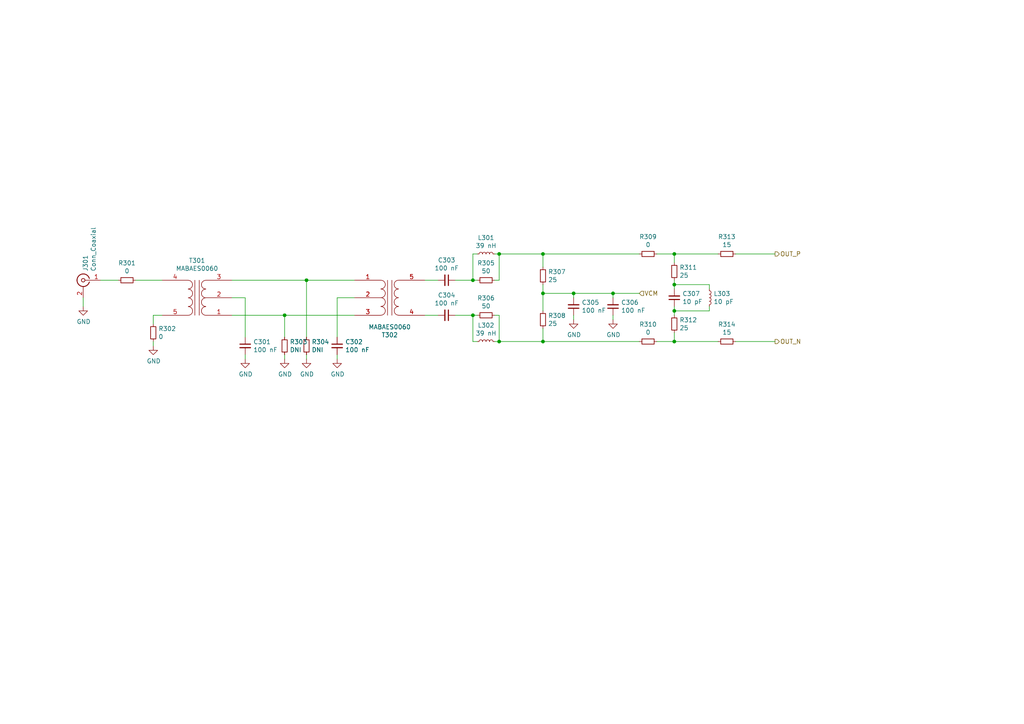
<source format=kicad_sch>
(kicad_sch (version 20230121) (generator eeschema)
  (paper "A4")
  (lib_symbols
    (symbol "Connector:Conn_Coaxial" (pin_names (offset 1.016) hide)
      (property "Reference" "J" (at 0.254 3.048 0))
      (property "Value" "Conn_Coaxial" (at 2.921 0 90))
      (symbol "Conn_Coaxial_0_1"
        (arc (start -1.778 -0.508) (mid 0.2311 -1.8066) (end 1.778 0) (stroke (width 0.254)))
        (polyline (pts (xy -2.54 0) (xy -0.508 0)))
        (polyline (pts (xy 0 -2.54) (xy 0 -1.778)))
        (circle (center 0 0) (radius 0.508) (stroke (width 0.2032)))
        (arc (start 1.778 0) (mid 0.2099 1.8101) (end -1.778 0.508) (stroke (width 0.254)))
      )
      (symbol "Conn_Coaxial_1_1"
        (pin passive line (at -5.08 0 0) (length 2.54) (name "In") (number "1"))
        (pin passive line (at 0 -5.08 90) (length 2.54) (name "Ext") (number "2"))
      )
    )
    (symbol "Device:C_Small" (pin_numbers hide) (pin_names (offset 0.254) hide)
      (property "Reference" "C" (at 0.254 1.778 0))
      (property "Value" "C_Small" (at 0.254 -2.032 0))
      (symbol "C_Small_0_1"
        (polyline (pts (xy -1.524 -0.508) (xy 1.524 -0.508)) (stroke (width 0.3302)))
        (polyline (pts (xy -1.524 0.508) (xy 1.524 0.508)) (stroke (width 0.3048)))
      )
      (symbol "C_Small_1_1"
        (pin passive line (at 0 2.54 270) (length 2.032) (name "~") (number "1"))
        (pin passive line (at 0 -2.54 90) (length 2.032) (name "~") (number "2"))
      )
    )
    (symbol "Device:L_Small" (pin_numbers hide) (pin_names (offset 0.254) hide)
      (property "Reference" "L" (at 0.762 1.016 0))
      (property "Value" "L_Small" (at 0.762 -1.016 0))
      (symbol "L_Small_0_1"
        (arc (start 0 -2.032) (mid 0.5058 -1.524) (end 0 -1.016))
        (arc (start 0 -1.016) (mid 0.5058 -0.508) (end 0 0))
        (arc (start 0 0) (mid 0.5058 0.508) (end 0 1.016))
        (arc (start 0 1.016) (mid 0.5058 1.524) (end 0 2.032))
      )
      (symbol "L_Small_1_1"
        (pin passive line (at 0 2.54 270) (length 0.508) (name "~") (number "1"))
        (pin passive line (at 0 -2.54 90) (length 0.508) (name "~") (number "2"))
      )
    )
    (symbol "Device:R_Small" (pin_numbers hide) (pin_names (offset 0.254) hide)
      (property "Reference" "R" (at 0.762 0.508 0))
      (property "Value" "R_Small" (at 0.762 -1.016 0))
      (symbol "R_Small_0_1"
        (rectangle (start -0.762 1.778) (end 0.762 -1.778) (stroke (width 0.2032)))
      )
      (symbol "R_Small_1_1"
        (pin passive line (at 0 2.54 270) (length 0.762) (name "~") (number "1"))
        (pin passive line (at 0 -2.54 90) (length 0.762) (name "~") (number "2"))
      )
    )
    (symbol "Device:Transformer_SP_1S" (pin_names (offset 1.016) hide)
      (property "Reference" "T" (at 0 6.35 0))
      (property "Value" "Transformer_SP_1S" (at 0 -7.62 0))
      (symbol "Transformer_SP_1S_0_1"
        (arc (start -2.54 -5.0546) (mid -1.6599 -4.6901) (end -1.27 -3.81))
        (arc (start -2.54 -2.5146) (mid -1.6599 -2.1501) (end -1.27 -1.27))
        (arc (start -2.54 0.0254) (mid -1.6599 0.3899) (end -1.27 1.27))
        (arc (start -2.54 2.5654) (mid -1.6599 2.9299) (end -1.27 3.81))
        (arc (start -1.27 -3.81) (mid -1.642 -2.912) (end -2.54 -2.54))
        (arc (start -1.27 -1.27) (mid -1.642 -0.372) (end -2.54 0))
        (arc (start -1.27 1.27) (mid -1.642 2.168) (end -2.54 2.54))
        (arc (start -1.27 3.81) (mid -1.642 4.708) (end -2.54 5.08))
        (polyline (pts (xy -0.635 5.08) (xy -0.635 -5.08)))
        (polyline (pts (xy 0.635 -5.08) (xy 0.635 5.08)))
        (arc (start 1.2954 -1.27) (mid 1.6599 -2.1501) (end 2.54 -2.5146))
        (arc (start 1.2954 1.27) (mid 1.6599 0.3899) (end 2.54 0.0254))
        (arc (start 1.2954 3.81) (mid 1.6599 2.9299) (end 2.54 2.5654))
        (arc (start 1.3208 -3.81) (mid 1.6853 -4.6901) (end 2.5654 -5.0546))
        (arc (start 2.54 0) (mid 1.642 -0.372) (end 1.2954 -1.27))
        (arc (start 2.54 2.54) (mid 1.642 2.168) (end 1.2954 1.27))
        (arc (start 2.54 5.08) (mid 1.642 4.708) (end 1.2954 3.81))
        (arc (start 2.5654 -2.54) (mid 1.6674 -2.912) (end 1.3208 -3.81))
      )
      (symbol "Transformer_SP_1S_1_1"
        (pin passive line (at -10.16 5.08 0) (length 7.62) (name "PR1") (number "1"))
        (pin passive line (at -10.16 0 0) (length 7.62) (name "PM") (number "2"))
        (pin passive line (at -10.16 -5.08 0) (length 7.62) (name "PR2") (number "3"))
        (pin passive line (at 10.16 -5.08 180) (length 7.62) (name "S1") (number "4"))
        (pin passive line (at 10.16 5.08 180) (length 7.62) (name "S2") (number "5"))
      )
    )
    (symbol "power:GND" (power) (pin_names (offset 0))
      (property "Value" "GND" (at 0 -3.81 0))
      (symbol "GND_0_1"
        (polyline (pts (xy 0 0) (xy 0 -1.27) (xy 1.27 -1.27) (xy 0 -2.54) (xy -1.27 -1.27) (xy 0 -1.27)))
      )
      (symbol "GND_1_1"
        (pin power_in line (at 0 0 270) (length 0) hide (name "GND") (number "1"))
      )
    )
  )
  (junction (at 88.9 81.28))
  (junction (at 166.37 85.09))
  (junction (at 177.8 85.09))
  (junction (at 157.48 99.06))
  (junction (at 195.58 73.66))
  (junction (at 137.16 91.44))
  (junction (at 82.55 91.44))
  (junction (at 137.16 81.28))
  (junction (at 144.78 73.66))
  (junction (at 195.58 82.55))
  (junction (at 157.48 85.09))
  (junction (at 157.48 73.66))
  (junction (at 144.78 99.06))
  (junction (at 195.58 99.06))
  (junction (at 195.58 90.17))
  (wire (pts (xy 127 81.28) (xy 123.19 81.28)))
  (wire (pts (xy 157.48 73.66) (xy 157.48 77.47)))
  (wire (pts (xy 137.16 73.66) (xy 137.16 81.28)))
  (wire (pts (xy 46.99 91.44) (xy 44.45 91.44)))
  (wire (pts (xy 144.78 73.66) (xy 157.48 73.66)))
  (wire (pts (xy 224.79 73.66) (xy 213.36 73.66)))
  (wire (pts (xy 157.48 85.09) (xy 157.48 90.17)))
  (wire (pts (xy 71.12 86.36) (xy 71.12 97.79)))
  (wire (pts (xy 97.79 102.87) (xy 97.79 104.14)))
  (wire (pts (xy 137.16 91.44) (xy 138.43 91.44)))
  (wire (pts (xy 195.58 81.28) (xy 195.58 82.55)))
  (wire (pts (xy 185.42 73.66) (xy 157.48 73.66)))
  (wire (pts (xy 67.31 86.36) (xy 71.12 86.36)))
  (wire (pts (xy 39.37 81.28) (xy 46.99 81.28)))
  (wire (pts (xy 67.31 91.44) (xy 82.55 91.44)))
  (wire (pts (xy 166.37 85.09) (xy 166.37 86.36)))
  (wire (pts (xy 157.48 85.09) (xy 166.37 85.09)))
  (wire (pts (xy 177.8 85.09) (xy 177.8 86.36)))
  (wire (pts (xy 208.28 99.06) (xy 195.58 99.06)))
  (wire (pts (xy 166.37 85.09) (xy 177.8 85.09)))
  (wire (pts (xy 195.58 82.55) (xy 205.74 82.55)))
  (wire (pts (xy 157.48 99.06) (xy 185.42 99.06)))
  (wire (pts (xy 88.9 81.28) (xy 102.87 81.28)))
  (wire (pts (xy 166.37 92.71) (xy 166.37 91.44)))
  (wire (pts (xy 71.12 102.87) (xy 71.12 104.14)))
  (wire (pts (xy 88.9 102.87) (xy 88.9 104.14)))
  (wire (pts (xy 177.8 92.71) (xy 177.8 91.44)))
  (wire (pts (xy 208.28 73.66) (xy 195.58 73.66)))
  (wire (pts (xy 138.43 81.28) (xy 137.16 81.28)))
  (wire (pts (xy 144.78 91.44) (xy 143.51 91.44)))
  (wire (pts (xy 82.55 102.87) (xy 82.55 104.14)))
  (wire (pts (xy 157.48 82.55) (xy 157.48 85.09)))
  (wire (pts (xy 144.78 81.28) (xy 143.51 81.28)))
  (wire (pts (xy 144.78 99.06) (xy 144.78 91.44)))
  (wire (pts (xy 29.21 81.28) (xy 34.29 81.28)))
  (wire (pts (xy 195.58 82.55) (xy 195.58 83.82)))
  (wire (pts (xy 144.78 99.06) (xy 157.48 99.06)))
  (wire (pts (xy 190.5 73.66) (xy 195.58 73.66)))
  (wire (pts (xy 143.51 99.06) (xy 144.78 99.06)))
  (wire (pts (xy 195.58 88.9) (xy 195.58 90.17)))
  (wire (pts (xy 137.16 81.28) (xy 132.08 81.28)))
  (wire (pts (xy 44.45 100.33) (xy 44.45 99.06)))
  (wire (pts (xy 143.51 73.66) (xy 144.78 73.66)))
  (wire (pts (xy 138.43 99.06) (xy 137.16 99.06)))
  (wire (pts (xy 224.79 99.06) (xy 213.36 99.06)))
  (wire (pts (xy 82.55 97.79) (xy 82.55 91.44)))
  (wire (pts (xy 157.48 99.06) (xy 157.48 95.25)))
  (wire (pts (xy 88.9 97.79) (xy 88.9 81.28)))
  (wire (pts (xy 97.79 86.36) (xy 102.87 86.36)))
  (wire (pts (xy 44.45 91.44) (xy 44.45 93.98)))
  (wire (pts (xy 185.42 85.09) (xy 177.8 85.09)))
  (wire (pts (xy 195.58 99.06) (xy 195.58 96.52)))
  (wire (pts (xy 138.43 73.66) (xy 137.16 73.66)))
  (wire (pts (xy 67.31 81.28) (xy 88.9 81.28)))
  (wire (pts (xy 190.5 99.06) (xy 195.58 99.06)))
  (wire (pts (xy 144.78 73.66) (xy 144.78 81.28)))
  (wire (pts (xy 195.58 73.66) (xy 195.58 76.2)))
  (wire (pts (xy 132.08 91.44) (xy 137.16 91.44)))
  (wire (pts (xy 24.13 86.36) (xy 24.13 88.9)))
  (wire (pts (xy 97.79 86.36) (xy 97.79 97.79)))
  (wire (pts (xy 205.74 90.17) (xy 205.74 88.9)))
  (wire (pts (xy 123.19 91.44) (xy 127 91.44)))
  (wire (pts (xy 195.58 90.17) (xy 195.58 91.44)))
  (wire (pts (xy 82.55 91.44) (xy 102.87 91.44)))
  (wire (pts (xy 205.74 82.55) (xy 205.74 83.82)))
  (wire (pts (xy 137.16 99.06) (xy 137.16 91.44)))
  (wire (pts (xy 195.58 90.17) (xy 205.74 90.17)))
  (hierarchical_label "OUT_N" (shape output) (at 224.79 99.06 0))
  (hierarchical_label "OUT_P" (shape output) (at 224.79 73.66 0))
  (hierarchical_label "VCM" (shape input) (at 185.42 85.09 0))
  (symbol (lib_id "power:GND") (at 44.45 100.33 0) (unit 1)
    (property "Reference" "#PWR0301" (effects hide))
    (property "Value" "GND" (at 44.577 104.7242 0))
    (instances (project "adc32xx_syzygy" (path "" (reference "#PWR0301") (unit 1)) (path "" (reference "#PWR0401") (unit 1))))
  )
  (symbol (lib_id "Device:C_Small") (at 71.12 100.33 0) (unit 1)
    (property "Reference" "C301" (at 73.4568 99.1616 0) (effects (justify left)))
    (property "Value" "100 nF" (at 73.4568 101.473 0) (effects (justify left)))
    (property "Footprint" "Capacitor_SMD:C_0402_1005Metric" (effects hide))
    (instances (project "adc32xx_syzygy" (path "" (reference "C301") (unit 1)) (path "" (reference "C401") (unit 1))))
  )
  (symbol (lib_id "Device:C_Small") (at 97.79 100.33 0) (unit 1)
    (property "Reference" "C302" (at 100.1268 99.1616 0) (effects (justify left)))
    (property "Value" "100 nF" (at 100.1268 101.473 0) (effects (justify left)))
    (property "Footprint" "Capacitor_SMD:C_0402_1005Metric" (effects hide))
    (instances (project "adc32xx_syzygy" (path "" (reference "C302") (unit 1)) (path "" (reference "C402") (unit 1))))
  )
  (symbol (lib_id "power:GND") (at 71.12 104.14 0) (unit 1)
    (property "Reference" "#PWR0302" (effects hide))
    (property "Value" "GND" (at 71.247 108.5342 0))
    (instances (project "adc32xx_syzygy" (path "" (reference "#PWR0302") (unit 1)) (path "" (reference "#PWR0402") (unit 1))))
  )
  (symbol (lib_id "power:GND") (at 97.79 104.14 0) (unit 1)
    (property "Reference" "#PWR0305" (effects hide))
    (property "Value" "GND" (at 97.917 108.5342 0))
    (instances (project "adc32xx_syzygy" (path "" (reference "#PWR0305") (unit 1)) (path "" (reference "#PWR0405") (unit 1))))
  )
  (symbol (lib_id "Device:C_Small") (at 129.54 81.28 270) (unit 1)
    (property "Reference" "C303" (at 129.54 75.4634 90))
    (property "Value" "100 nF" (at 129.54 77.7748 90))
    (property "Footprint" "Capacitor_SMD:C_0402_1005Metric" (effects hide))
    (instances (project "adc32xx_syzygy" (path "" (reference "C303") (unit 1)) (path "" (reference "C403") (unit 1))))
  )
  (symbol (lib_id "Device:C_Small") (at 129.54 91.44 270) (unit 1)
    (property "Reference" "C304" (at 129.54 85.6234 90))
    (property "Value" "100 nF" (at 129.54 87.9348 90))
    (property "Footprint" "Capacitor_SMD:C_0402_1005Metric" (effects hide))
    (instances (project "adc32xx_syzygy" (path "" (reference "C304") (unit 1)) (path "" (reference "C404") (unit 1))))
  )
  (symbol (lib_id "Device:R_Small") (at 140.97 81.28 270) (unit 1)
    (property "Reference" "R305" (at 140.97 76.3016 90))
    (property "Value" "50" (at 140.97 78.613 90))
    (property "Footprint" "Resistor_SMD:R_0402_1005Metric" (effects hide))
    (instances (project "adc32xx_syzygy" (path "" (reference "R305") (unit 1)) (path "" (reference "R405") (unit 1))))
  )
  (symbol (lib_id "Device:R_Small") (at 140.97 91.44 270) (unit 1)
    (property "Reference" "R306" (at 140.97 86.4616 90))
    (property "Value" "50" (at 140.97 88.773 90))
    (property "Footprint" "Resistor_SMD:R_0402_1005Metric" (effects hide))
    (instances (project "adc32xx_syzygy" (path "" (reference "R306") (unit 1)) (path "" (reference "R406") (unit 1))))
  )
  (symbol (lib_id "Device:R_Small") (at 157.48 80.01 180) (unit 1)
    (property "Reference" "R307" (at 158.9786 78.8416 0) (effects (justify right)))
    (property "Value" "25" (at 158.9786 81.153 0) (effects (justify right)))
    (property "Footprint" "Resistor_SMD:R_0402_1005Metric" (effects hide))
    (instances (project "adc32xx_syzygy" (path "" (reference "R307") (unit 1)) (path "" (reference "R407") (unit 1))))
  )
  (symbol (lib_id "Device:R_Small") (at 157.48 92.71 180) (unit 1)
    (property "Reference" "R308" (at 158.9786 91.5416 0) (effects (justify right)))
    (property "Value" "25" (at 158.9786 93.853 0) (effects (justify right)))
    (property "Footprint" "Resistor_SMD:R_0402_1005Metric" (effects hide))
    (instances (project "adc32xx_syzygy" (path "" (reference "R308") (unit 1)) (path "" (reference "R408") (unit 1))))
  )
  (symbol (lib_id "Device:L_Small") (at 140.97 73.66 90) (unit 1)
    (property "Reference" "L301" (at 140.97 68.961 90))
    (property "Value" "39 nH" (at 140.97 71.2724 90))
    (property "Footprint" "Resistor_SMD:R_0402_1005Metric" (effects hide))
    (instances (project "adc32xx_syzygy" (path "" (reference "L301") (unit 1)) (path "" (reference "L401") (unit 1))))
  )
  (symbol (lib_id "Device:L_Small") (at 140.97 99.06 90) (unit 1)
    (property "Reference" "L302" (at 140.97 94.361 90))
    (property "Value" "39 nH" (at 140.97 96.6724 90))
    (property "Footprint" "Resistor_SMD:R_0402_1005Metric" (effects hide))
    (instances (project "adc32xx_syzygy" (path "" (reference "L302") (unit 1)) (path "" (reference "L402") (unit 1))))
  )
  (symbol (lib_id "Device:C_Small") (at 166.37 88.9 180) (unit 1)
    (property "Reference" "C305" (at 168.7068 87.7316 0) (effects (justify right)))
    (property "Value" "100 nF" (at 168.7068 90.043 0) (effects (justify right)))
    (property "Footprint" "Capacitor_SMD:C_0402_1005Metric" (effects hide))
    (instances (project "adc32xx_syzygy" (path "" (reference "C305") (unit 1)) (path "" (reference "C405") (unit 1))))
  )
  (symbol (lib_id "power:GND") (at 166.37 92.71 0) (unit 1)
    (property "Reference" "#PWR0306" (effects hide))
    (property "Value" "GND" (at 166.497 97.1042 0))
    (instances (project "adc32xx_syzygy" (path "" (reference "#PWR0306") (unit 1)) (path "" (reference "#PWR0406") (unit 1))))
  )
  (symbol (lib_id "Device:C_Small") (at 177.8 88.9 180) (unit 1)
    (property "Reference" "C306" (at 180.1368 87.7316 0) (effects (justify right)))
    (property "Value" "100 nF" (at 180.1368 90.043 0) (effects (justify right)))
    (property "Footprint" "Capacitor_SMD:C_0402_1005Metric" (effects hide))
    (instances (project "adc32xx_syzygy" (path "" (reference "C306") (unit 1)) (path "" (reference "C406") (unit 1))))
  )
  (symbol (lib_id "power:GND") (at 177.8 92.71 0) (unit 1)
    (property "Reference" "#PWR0307" (effects hide))
    (property "Value" "GND" (at 177.927 97.1042 0))
    (instances (project "adc32xx_syzygy" (path "" (reference "#PWR0307") (unit 1)) (path "" (reference "#PWR0407") (unit 1))))
  )
  (symbol (lib_id "Device:R_Small") (at 187.96 73.66 90) (unit 1)
    (property "Reference" "R309" (at 187.96 68.6816 90))
    (property "Value" "0" (at 187.96 70.993 90))
    (property "Footprint" "Resistor_SMD:R_0402_1005Metric" (effects hide))
    (instances (project "adc32xx_syzygy" (path "" (reference "R309") (unit 1)) (path "" (reference "R409") (unit 1))))
  )
  (symbol (lib_id "Device:R_Small") (at 187.96 99.06 90) (unit 1)
    (property "Reference" "R310" (at 187.96 94.0816 90))
    (property "Value" "0" (at 187.96 96.393 90))
    (property "Footprint" "Resistor_SMD:R_0402_1005Metric" (effects hide))
    (instances (project "adc32xx_syzygy" (path "" (reference "R310") (unit 1)) (path "" (reference "R410") (unit 1))))
  )
  (symbol (lib_id "Device:R_Small") (at 195.58 78.74 180) (unit 1)
    (property "Reference" "R311" (at 197.0786 77.5716 0) (effects (justify right)))
    (property "Value" "25" (at 197.0786 79.883 0) (effects (justify right)))
    (property "Footprint" "Resistor_SMD:R_0402_1005Metric" (effects hide))
    (instances (project "adc32xx_syzygy" (path "" (reference "R311") (unit 1)) (path "" (reference "R411") (unit 1))))
  )
  (symbol (lib_id "Device:R_Small") (at 195.58 93.98 180) (unit 1)
    (property "Reference" "R312" (at 197.0786 92.8116 0) (effects (justify right)))
    (property "Value" "25" (at 197.0786 95.123 0) (effects (justify right)))
    (property "Footprint" "Resistor_SMD:R_0402_1005Metric" (effects hide))
    (instances (project "adc32xx_syzygy" (path "" (reference "R312") (unit 1)) (path "" (reference "R412") (unit 1))))
  )
  (symbol (lib_id "Device:C_Small") (at 195.58 86.36 180) (unit 1)
    (property "Reference" "C307" (at 197.9168 85.1916 0) (effects (justify right)))
    (property "Value" "10 pF" (at 197.9168 87.503 0) (effects (justify right)))
    (property "Footprint" "Capacitor_SMD:C_0402_1005Metric" (effects hide))
    (instances (project "adc32xx_syzygy" (path "" (reference "C307") (unit 1)) (path "" (reference "C407") (unit 1))))
  )
  (symbol (lib_id "Device:L_Small") (at 205.74 86.36 0) (unit 1)
    (property "Reference" "L303" (at 206.9592 85.1916 0) (effects (justify left)))
    (property "Value" "10 pF" (at 206.9592 87.503 0) (effects (justify left)))
    (property "Footprint" "Resistor_SMD:R_0402_1005Metric" (effects hide))
    (instances (project "adc32xx_syzygy" (path "" (reference "L303") (unit 1)) (path "" (reference "L403") (unit 1))))
  )
  (symbol (lib_id "Device:R_Small") (at 210.82 73.66 90) (unit 1)
    (property "Reference" "R313" (at 210.82 68.6816 90))
    (property "Value" "15" (at 210.82 70.993 90))
    (property "Footprint" "Resistor_SMD:R_0402_1005Metric" (effects hide))
    (instances (project "adc32xx_syzygy" (path "" (reference "R313") (unit 1)) (path "" (reference "R413") (unit 1))))
  )
  (symbol (lib_id "Device:R_Small") (at 210.82 99.06 90) (unit 1)
    (property "Reference" "R314" (at 210.82 94.0816 90))
    (property "Value" "15" (at 210.82 96.393 90))
    (property "Footprint" "Resistor_SMD:R_0402_1005Metric" (effects hide))
    (instances (project "adc32xx_syzygy" (path "" (reference "R314") (unit 1)) (path "" (reference "R414") (unit 1))))
  )
  (symbol (lib_id "Device:R_Small") (at 44.45 96.52 180) (unit 1)
    (property "Reference" "R302" (at 45.9486 95.3516 0) (effects (justify right)))
    (property "Value" "0" (at 45.9486 97.663 0) (effects (justify right)))
    (property "Footprint" "Resistor_SMD:R_0402_1005Metric" (effects hide))
    (instances (project "adc32xx_syzygy" (path "" (reference "R302") (unit 1)) (path "" (reference "R402") (unit 1))))
  )
  (symbol (lib_id "Device:R_Small") (at 36.83 81.28 90) (unit 1)
    (property "Reference" "R301" (at 36.83 76.3016 90))
    (property "Value" "0" (at 36.83 78.613 90))
    (property "Footprint" "Resistor_SMD:R_0402_1005Metric" (effects hide))
    (instances (project "adc32xx_syzygy" (path "" (reference "R301") (unit 1)) (path "" (reference "R401") (unit 1))))
  )
  (symbol (lib_id "Device:Transformer_SP_1S") (at 57.15 86.36 180) (unit 1)
    (property "Reference" "T301" (at 57.15 75.565 0))
    (property "Value" "MABAES0060" (at 57.15 77.8764 0))
    (property "Footprint" "vna_footprints:5LEAD_BALUN_4p83mm_3p3mm" (effects hide))
    (instances (project "adc32xx_syzygy" (path "" (reference "T301") (unit 1)) (path "" (reference "T401") (unit 1))))
  )
  (symbol (lib_id "Device:Transformer_SP_1S") (at 113.03 86.36 0) (unit 1)
    (property "Reference" "T302" (at 113.03 97.155 0))
    (property "Value" "MABAES0060" (at 113.03 94.8436 0))
    (property "Footprint" "vna_footprints:5LEAD_BALUN_4p83mm_3p3mm" (effects hide))
    (instances (project "adc32xx_syzygy" (path "" (reference "T302") (unit 1)) (path "" (reference "T402") (unit 1))))
  )
  (symbol (lib_id "Device:R_Small") (at 88.9 100.33 180) (unit 1)
    (property "Reference" "R304" (at 90.3986 99.1616 0) (effects (justify right)))
    (property "Value" "DNI" (at 90.3986 101.473 0) (effects (justify right)))
    (property "Footprint" "Resistor_SMD:R_0402_1005Metric" (effects hide))
    (instances (project "adc32xx_syzygy" (path "" (reference "R304") (unit 1)) (path "" (reference "R404") (unit 1))))
  )
  (symbol (lib_id "Device:R_Small") (at 82.55 100.33 180) (unit 1)
    (property "Reference" "R303" (at 84.0486 99.1616 0) (effects (justify right)))
    (property "Value" "DNI" (at 84.0486 101.473 0) (effects (justify right)))
    (property "Footprint" "Resistor_SMD:R_0402_1005Metric" (effects hide))
    (instances (project "adc32xx_syzygy" (path "" (reference "R303") (unit 1)) (path "" (reference "R403") (unit 1))))
  )
  (symbol (lib_id "power:GND") (at 82.55 104.14 0) (unit 1)
    (property "Reference" "#PWR0303" (effects hide))
    (property "Value" "GND" (at 82.677 108.5342 0))
    (instances (project "adc32xx_syzygy" (path "" (reference "#PWR0303") (unit 1)) (path "" (reference "#PWR0403") (unit 1))))
  )
  (symbol (lib_id "power:GND") (at 88.9 104.14 0) (unit 1)
    (property "Reference" "#PWR0304" (effects hide))
    (property "Value" "GND" (at 89.027 108.5342 0))
    (instances (project "adc32xx_syzygy" (path "" (reference "#PWR0304") (unit 1)) (path "" (reference "#PWR0404") (unit 1))))
  )
  (symbol (lib_id "Connector:Conn_Coaxial") (at 24.13 81.28 0) (mirror y) (unit 1)
    (property "Reference" "J301" (at 24.7904 78.74 90) (effects (justify left)))
    (property "Value" "Conn_Coaxial" (at 27.1018 78.74 90) (effects (justify left)))
    (property "Footprint" "jtk_kicad_libs:SMA_Cinch_142-0711-821_EdgeMount" (effects hide))
    (property "Datasheet" " ~" (effects hide))
    (instances (project "adc32xx_syzygy" (path "" (reference "J301") (unit 1)) (path "" (reference "J?") (unit 1)) (path "" (reference "J401") (unit 1))))
  )
  (symbol (lib_id "power:GND") (at 24.13 88.9 0) (unit 1)
    (property "Reference" "#PWR0308" (effects hide))
    (property "Value" "GND" (at 24.257 93.2942 0))
    (instances (project "adc32xx_syzygy" (path "" (reference "#PWR0308") (unit 1)) (path "" (reference "#PWR0408") (unit 1))))
  )
)
</source>
